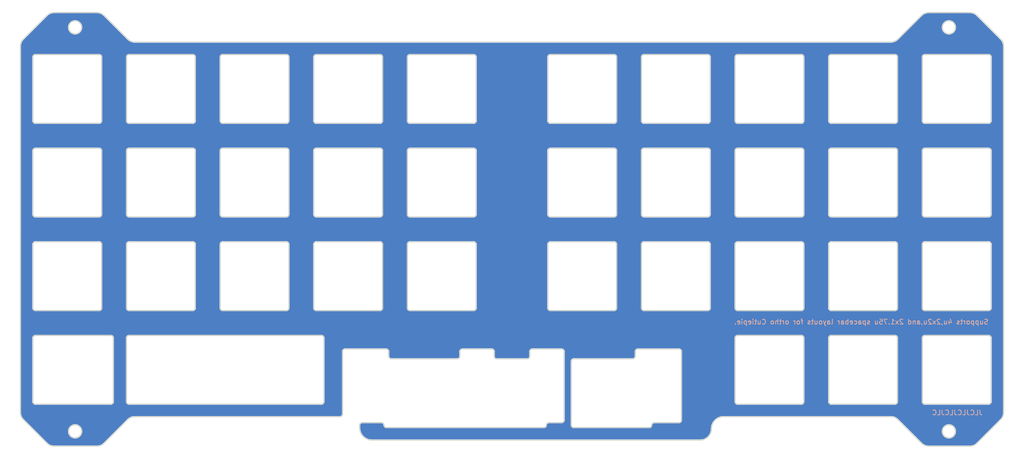
<source format=kicad_pcb>
(kicad_pcb (version 20221018) (generator pcbnew)
  (layers (0 "F.Cu" signal) (31 "B.Cu" signal) (34 "B.Paste" user) (35 "F.Paste" user) (36 "B.SilkS" user "B.Silkscreen") (37 "F.SilkS" user "F.Silkscreen") (38 "B.Mask" user) (39 "F.Mask" user) (44 "Edge.Cuts" user))
  (net 0 "")
  (gr_curve (pts (xy 119.014193 84.911594) (xy 119.290335 84.911594) (xy 119.514193 85.135451) (xy 119.514193 85.411594)) (stroke (width 0.25)) (layer "Edge.Cuts"))
  (gr_line (start 48.864399 84.911594) (end 61.864399 84.911594) (stroke (width 0.25)) (layer "Edge.Cuts"))
  (gr_curve (pts (xy 229.839389 98.911594) (xy 229.563247 98.911594) (xy 229.339389 98.687736) (xy 229.339389 98.411594)) (stroke (width 0.25)) (layer "Edge.Cuts"))
  (gr_curve (pts (xy 119.514688 60.311574) (xy 119.514688 60.587717) (xy 119.290831 60.811574) (xy 119.014688 60.811574)) (stroke (width 0.25)) (layer "Edge.Cuts"))
  (gr_line (start 186.189389 85.411594) (end 186.189389 98.411594) (stroke (width 0.25)) (layer "Edge.Cuts"))
  (gr_line (start 80.914193 79.861613) (end 67.914193 79.861613) (stroke (width 0.25)) (layer "Edge.Cuts"))
  (gr_line (start 62.364399 66.361613) (end 62.364399 79.361613) (stroke (width 0.25)) (layer "Edge.Cuts"))
  (gr_line (start 148.963879 108.723793) (end 142.739884 108.723796) (stroke (width 0.25)) (layer "Edge.Cuts"))
  (gr_curve (pts (xy 119.014688 46.811574) (xy 119.290831 46.811574) (xy 119.514688 47.035432) (xy 119.514688 47.311574)) (stroke (width 0.25)) (layer "Edge.Cuts"))
  (gr_curve (pts (xy 158.401894 122.723793) (xy 158.125752 122.723793) (xy 157.901894 122.499935) (xy 157.901894 122.223793)) (stroke (width 0.25)) (layer "Edge.Cuts"))
  (gr_curve (pts (xy 186.189389 60.311574) (xy 186.189389 60.587717) (xy 185.965532 60.811574) (xy 185.689389 60.811574)) (stroke (width 0.25)) (layer "Edge.Cuts"))
  (gr_curve (pts (xy 67.653312 121.072346) (xy 68.022432 120.703234) (xy 68.521237 120.493065) (xy 69.043207 120.486722)) (stroke (width 0.25)) (layer "Edge.Cuts"))
  (gr_curve (pts (xy 62.364399 98.411594) (xy 62.364399 98.687736) (xy 62.140541 98.911594) (xy 61.864399 98.911594)) (stroke (width 0.25)) (layer "Edge.Cuts"))
  (gr_curve (pts (xy 67.414193 85.411594) (xy 67.414193 85.135451) (xy 67.638051 84.911594) (xy 67.914193 84.911594)) (stroke (width 0.25)) (layer "Edge.Cuts"))
  (gr_curve (pts (xy 172.689389 60.811574) (xy 172.413247 60.811574) (xy 172.189389 60.587717) (xy 172.189389 60.311574)) (stroke (width 0.25)) (layer "Edge.Cuts"))
  (gr_line (start 80.914688 60.811574) (end 67.914689 60.811574) (stroke (width 0.25)) (layer "Edge.Cuts"))
  (gr_line (start 210.788894 65.861613) (end 223.788894 65.861613) (stroke (width 0.25)) (layer "Edge.Cuts"))
  (gr_curve (pts (xy 117.372112 125.24878) (xy 117.362956 125.248809) (xy 117.353799 125.248789) (xy 117.344643 125.248718)) (stroke (width 0.25)) (layer "Edge.Cuts"))
  (gr_curve (pts (xy 106.014193 98.911594) (xy 105.738051 98.911594) (xy 105.514193 98.687736) (xy 105.514193 98.411594)) (stroke (width 0.25)) (layer "Edge.Cuts"))
  (gr_curve (pts (xy 224.288894 79.361613) (xy 224.288894 79.637756) (xy 224.065036 79.861613) (xy 223.788894 79.861613)) (stroke (width 0.25)) (layer "Edge.Cuts"))
  (gr_line (start 67.398561 117.461979) (end 67.398561 104.461979) (stroke (width 0.25)) (layer "Edge.Cuts"))
  (gr_curve (pts (xy 86.9638 79.861613) (xy 86.687658 79.861613) (xy 86.4638 79.637755) (xy 86.4638 79.361613)) (stroke (width 0.25)) (layer "Edge.Cuts"))
  (gr_curve (pts (xy 138.064193 65.861613) (xy 138.340335 65.861613) (xy 138.564193 66.085471) (xy 138.564193 66.361613)) (stroke (width 0.25)) (layer "Edge.Cuts"))
  (gr_line (start 86.964296 46.811574) (end 99.964296 46.811574) (stroke (width 0.25)) (layer "Edge.Cuts"))
  (gr_line (start 223.789389 98.911594) (end 210.789389 98.911594) (stroke (width 0.25)) (layer "Edge.Cuts"))
  (gr_curve (pts (xy 153.639099 79.861613) (xy 153.362957 79.861613) (xy 153.139099 79.637755) (xy 153.139099 79.361613)) (stroke (width 0.25)) (layer "Edge.Cuts"))
  (gr_line (start 107.092561 117.961979) (end 67.898561 117.961979) (stroke (width 0.25)) (layer "Edge.Cuts"))
  (gr_line (start 141.739884 106.723793) (end 135.739884 106.723793) (stroke (width 0.25)) (layer "Edge.Cuts"))
  (gr_curve (pts (xy 167.139595 60.311574) (xy 167.139595 60.587717) (xy 166.915737 60.811574) (xy 166.639595 60.811574)) (stroke (width 0.25)) (layer "Edge.Cuts"))
  (gr_line (start 171.426992 106.729222) (end 179.839914 106.723793) (stroke (width 0.25)) (layer "Edge.Cuts"))
  (gr_curve (pts (xy 125.064193 79.861613) (xy 124.788051 79.861613) (xy 124.564193 79.637756) (xy 124.564193 79.361613)) (stroke (width 0.25)) (layer "Edge.Cuts"))
  (gr_curve (pts (xy 223.789492 103.961574) (xy 224.065635 103.961574) (xy 224.289492 104.185432) (xy 224.289492 104.461574)) (stroke (width 0.25)) (layer "Edge.Cuts"))
  (gr_curve (pts (xy 229.339099 104.461574) (xy 229.339099 104.185432) (xy 229.562957 103.961574) (xy 229.839099 103.961574)) (stroke (width 0.25)) (layer "Edge.Cuts"))
  (gr_line (start 210.789389 84.911594) (end 223.789389 84.911594) (stroke (width 0.25)) (layer "Edge.Cuts"))
  (gr_line (start 191.238997 60.311574) (end 191.238997 47.311574) (stroke (width 0.25)) (layer "Edge.Cuts"))
  (gr_line (start 229.839099 103.961574) (end 242.839099 103.961574) (stroke (width 0.25)) (layer "Edge.Cuts"))
  (gr_curve (pts (xy 134.739894 108.723796) (xy 135.016036 108.723796) (xy 135.239894 108.499938) (xy 135.239894 108.223796)) (stroke (width 0.25)) (layer "Edge.Cuts"))
  (gr_line (start 86.9638 65.861613) (end 99.9638 65.861613) (stroke (width 0.25)) (layer "Edge.Cuts"))
  (gr_line (start 242.838894 79.861613) (end 229.838894 79.861613) (stroke (width 0.25)) (layer "Edge.Cuts"))
  (gr_curve (pts (xy 67.398561 104.461979) (xy 67.398561 104.185836) (xy 67.622418 103.961979) (xy 67.898561 103.961979)) (stroke (width 0.25)) (layer "Edge.Cuts"))
  (gr_line (start 185.688894 79.861613) (end 172.688894 79.861613) (stroke (width 0.25)) (layer "Edge.Cuts"))
  (gr_curve (pts (xy 99.964296 46.811574) (xy 100.240438 46.811574) (xy 100.464296 47.035432) (xy 100.464296 47.311574)) (stroke (width 0.25)) (layer "Edge.Cuts"))
  (gr_curve (pts (xy 61.864399 65.861613) (xy 62.140541 65.861613) (xy 62.364399 66.085471) (xy 62.364399 66.361613)) (stroke (width 0.25)) (layer "Edge.Cuts"))
  (gr_line (start 52.667457 126.486411) (end 61.410605 126.486503) (stroke (width 0.25)) (layer "Edge.Cuts"))
  (gr_curve (pts (xy 138.064688 46.811574) (xy 138.340831 46.811574) (xy 138.564688 47.035432) (xy 138.564688 47.311574)) (stroke (width 0.25)) (layer "Edge.Cuts"))
  (gr_line (start 100.4638 66.361613) (end 100.4638 79.361613) (stroke (width 0.25)) (layer "Edge.Cuts"))
  (gr_line (start 180.339914 107.223793) (end 180.339914 121.223793) (stroke (width 0.25)) (layer "Edge.Cuts"))
  (gr_line (start 69.043207 120.486722) (end 110.863894 120.486289) (stroke (width 0.25)) (layer "Edge.Cuts"))
  (gr_line (start 204.738997 98.911594) (end 191.738997 98.911594) (stroke (width 0.25)) (layer "Edge.Cuts"))
  (gr_line (start 172.688894 65.861613) (end 185.688894 65.861613) (stroke (width 0.25)) (layer "Edge.Cuts"))
  (gr_line (start 210.289492 117.461574) (end 210.289492 104.461574) (stroke (width 0.25)) (layer "Edge.Cuts"))
  (gr_line (start 243.339389 47.311574) (end 243.339389 60.311574) (stroke (width 0.25)) (layer "Edge.Cuts"))
  (gr_curve (pts (xy 172.189389 47.311574) (xy 172.189389 47.035432) (xy 172.413247 46.811574) (xy 172.689389 46.811574)) (stroke (width 0.25)) (layer "Edge.Cuts"))
  (gr_curve (pts (xy 149.963879 106.723793) (xy 149.687737 106.723793) (xy 149.463879 106.947651) (xy 149.463879 107.223793)) (stroke (width 0.25)) (layer "Edge.Cuts"))
  (gr_line (start 229.839389 46.811574) (end 242.839389 46.811574) (stroke (width 0.25)) (layer "Edge.Cuts"))
  (gr_line (start 188.910215 120.486722) (end 222.959269 120.486773) (stroke (width 0.25)) (layer "Edge.Cuts"))
  (gr_curve (pts (xy 210.289389 85.411594) (xy 210.289389 85.135451) (xy 210.513247 84.911594) (xy 210.789389 84.911594)) (stroke (width 0.25)) (layer "Edge.Cuts"))
  (gr_line (start 125.064689 46.811574) (end 138.064688 46.811574) (stroke (width 0.25)) (layer "Edge.Cuts"))
  (gr_line (start 245.279081 43.700921) (end 240.450621 38.872461) (stroke (width 0.25)) (layer "Edge.Cuts"))
  (gr_curve (pts (xy 204.738997 46.811574) (xy 205.015139 46.811574) (xy 205.238997 47.035432) (xy 205.238997 47.311574)) (stroke (width 0.25)) (layer "Edge.Cuts"))
  (gr_line (start 45.839492 82.265449) (end 45.839101 119.657913) (stroke (width 0.25)) (layer "Edge.Cuts"))
  (gr_line (start 205.238501 66.361613) (end 205.238501 79.361613) (stroke (width 0.25)) (layer "Edge.Cuts"))
  (gr_curve (pts (xy 223.788894 65.861613) (xy 224.065036 65.861613) (xy 224.288894 66.085471) (xy 224.288894 66.361613)) (stroke (width 0.25)) (layer "Edge.Cuts"))
  (gr_curve (pts (xy 155.963879 121.723793) (xy 156.240021 121.723793) (xy 156.463879 121.499935) (xy 156.463879 121.223793)) (stroke (width 0.25)) (layer "Edge.Cuts"))
  (gr_line (start 172.689389 84.911594) (end 185.689389 84.911594) (stroke (width 0.25)) (layer "Edge.Cuts"))
  (gr_curve (pts (xy 242.839389 46.811574) (xy 243.115532 46.811574) (xy 243.339389 47.035432) (xy 243.339389 47.311574)) (stroke (width 0.25)) (layer "Edge.Cuts"))
  (gr_curve (pts (xy 105.514689 47.311574) (xy 105.514689 47.035432) (xy 105.738546 46.811574) (xy 106.014689 46.811574)) (stroke (width 0.25)) (layer "Edge.Cuts"))
  (gr_line (start 81.414688 47.311574) (end 81.414688 60.311574) (stroke (width 0.25)) (layer "Edge.Cuts"))
  (gr_line (start 210.789389 46.811574) (end 223.789389 46.811574) (stroke (width 0.25)) (layer "Edge.Cuts"))
  (gr_line (start 229.839389 84.911594) (end 242.839389 84.911594) (stroke (width 0.25)) (layer "Edge.Cuts"))
  (gr_line (start 99.9638 79.861613) (end 86.9638 79.861613) (stroke (width 0.25)) (layer "Edge.Cuts"))
  (gr_curve (pts (xy 119.014193 65.861613) (xy 119.290335 65.861613) (xy 119.514193 66.085471) (xy 119.514193 66.361613)) (stroke (width 0.25)) (layer "Edge.Cuts"))
  (gr_curve (pts (xy 243.338894 79.361613) (xy 243.338894 79.637756) (xy 243.115036 79.861613) (xy 242.838894 79.861613)) (stroke (width 0.25)) (layer "Edge.Cuts"))
  (gr_line (start 111.363894 107.223793) (end 111.363894 119.986289) (stroke (width 0.25)) (layer "Edge.Cuts"))
  (gr_curve (pts (xy 172.189389 85.411594) (xy 172.189389 85.135451) (xy 172.413247 84.911594) (xy 172.689389 84.911594)) (stroke (width 0.25)) (layer "Edge.Cuts"))
  (gr_curve (pts (xy 80.914193 65.861613) (xy 81.190335 65.861613) (xy 81.414193 66.085471) (xy 81.414193 66.361613)) (stroke (width 0.25)) (layer "Edge.Cuts"))
  (gr_curve (pts (xy 174.282894 122.223793) (xy 174.282894 122.499935) (xy 174.059036 122.723793) (xy 173.782894 122.723793)) (stroke (width 0.25)) (layer "Edge.Cuts"))
  (gr_line (start 191.239492 117.461574) (end 191.239492 104.461574) (stroke (width 0.25)) (layer "Edge.Cuts"))
  (gr_curve (pts (xy 48.864894 60.811574) (xy 48.588752 60.811574) (xy 48.364894 60.587717) (xy 48.364894 60.311574)) (stroke (width 0.25)) (layer "Edge.Cuts"))
  (gr_line (start 191.738997 84.911594) (end 204.738997 84.911594) (stroke (width 0.25)) (layer "Edge.Cuts"))
  (gr_curve (pts (xy 142.239884 107.223793) (xy 142.239884 106.947651) (xy 142.016026 106.723793) (xy 141.739884 106.723793)) (stroke (width 0.25)) (layer "Edge.Cuts"))
  (gr_line (start 239.036407 38.286675) (end 230.617961 38.286675) (stroke (width 0.25)) (layer "Edge.Cuts"))
  (gr_curve (pts (xy 210.289492 104.461574) (xy 210.289492 104.185432) (xy 210.51335 103.961574) (xy 210.789492 103.961574)) (stroke (width 0.25)) (layer "Edge.Cuts"))
  (gr_curve (pts (xy 61.864399 84.911594) (xy 62.140541 84.911594) (xy 62.364399 85.135451) (xy 62.364399 85.411594)) (stroke (width 0.25)) (layer "Edge.Cuts"))
  (gr_line (start 243.339389 85.411594) (end 243.339389 98.411594) (stroke (width 0.25)) (layer "Edge.Cuts"))
  (gr_curve (pts (xy 100.464296 60.311574) (xy 100.464296 60.587717) (xy 100.240438 60.811574) (xy 99.964296 60.811574)) (stroke (width 0.25)) (layer "Edge.Cuts"))
  (gr_circle (center 56.958033 41.286675) (end 58.308033 41.286675) (stroke (width 0.25)) (fill none) (layer "Edge.Cuts"))
  (gr_curve (pts (xy 205.238997 98.411594) (xy 205.238997 98.687736) (xy 205.015139 98.911594) (xy 204.738997 98.911594)) (stroke (width 0.25)) (layer "Edge.Cuts"))
  (gr_curve (pts (xy 229.839389 60.811574) (xy 229.563247 60.811574) (xy 229.339389 60.587717) (xy 229.339389 60.311574)) (stroke (width 0.25)) (layer "Edge.Cuts"))
  (gr_line (start 107.592561 104.461979) (end 107.592561 117.461979) (stroke (width 0.25)) (layer "Edge.Cuts"))
  (gr_line (start 120.276894 106.723793) (end 120.276894 106.728793) (stroke (width 0.25)) (layer "Edge.Cuts"))
  (gr_line (start 124.564193 98.411594) (end 124.564193 85.411594) (stroke (width 0.25)) (layer "Edge.Cuts"))
  (gr_line (start 204.738997 60.811574) (end 191.738997 60.811574) (stroke (width 0.25)) (layer "Edge.Cuts"))
  (gr_curve (pts (xy 229.203292 125.902473) (xy 229.578361 126.27755) (xy 230.087067 126.488269) (xy 230.6175 126.488274)) (stroke (width 0.25)) (layer "Edge.Cuts"))
  (gr_curve (pts (xy 45.839101 119.657913) (xy 45.839096 120.188346) (xy 46.049804 120.697056) (xy 46.424873 121.072132)) (stroke (width 0.25)) (layer "Edge.Cuts"))
  (gr_line (start 51.253705 38.872461) (end 46.425278 43.700888) (stroke (width 0.25)) (layer "Edge.Cuts"))
  (gr_curve (pts (xy 100.4638 79.361613) (xy 100.4638 79.637756) (xy 100.239943 79.861613) (xy 99.9638 79.861613)) (stroke (width 0.25)) (layer "Edge.Cuts"))
  (gr_line (start 135.239992 108.223798) (end 135.239992 107.224222) (stroke (width 0.25)) (layer "Edge.Cuts"))
  (gr_line (start 153.639595 46.811574) (end 166.639595 46.811574) (stroke (width 0.25)) (layer "Edge.Cuts"))
  (gr_curve (pts (xy 138.564193 98.411594) (xy 138.564193 98.687736) (xy 138.340335 98.911594) (xy 138.064193 98.911594)) (stroke (width 0.25)) (layer "Edge.Cuts"))
  (gr_line (start 48.364894 60.311574) (end 48.364894 47.311574) (stroke (width 0.25)) (layer "Edge.Cuts"))
  (gr_line (start 48.864399 65.861613) (end 61.864399 65.861613) (stroke (width 0.25)) (layer "Edge.Cuts"))
  (gr_curve (pts (xy 185.689389 46.811574) (xy 185.965532 46.811574) (xy 186.189389 47.035432) (xy 186.189389 47.311574)) (stroke (width 0.25)) (layer "Edge.Cuts"))
  (gr_curve (pts (xy 48.864399 98.911594) (xy 48.588256 98.911594) (xy 48.364399 98.687736) (xy 48.364399 98.411594)) (stroke (width 0.25)) (layer "Edge.Cuts"))
  (gr_line (start 229.339389 98.411594) (end 229.339389 85.411594) (stroke (width 0.25)) (layer "Edge.Cuts"))
  (gr_curve (pts (xy 242.839099 103.961574) (xy 243.115242 103.961574) (xy 243.339099 104.185432) (xy 243.339099 104.461574)) (stroke (width 0.25)) (layer "Edge.Cuts"))
  (gr_curve (pts (xy 191.238501 66.361613) (xy 191.238501 66.085471) (xy 191.462359 65.861613) (xy 191.738501 65.861613)) (stroke (width 0.25)) (layer "Edge.Cuts"))
  (gr_line (start 48.364399 98.411594) (end 48.364399 85.411594) (stroke (width 0.25)) (layer "Edge.Cuts"))
  (gr_line (start 242.839389 98.911594) (end 229.839389 98.911594) (stroke (width 0.25)) (layer "Edge.Cuts"))
  (gr_line (start 153.351884 121.723793) (end 155.963879 121.723793) (stroke (width 0.25)) (layer "Edge.Cuts"))
  (gr_curve (pts (xy 230.617961 38.286675) (xy 230.087528 38.286675) (xy 229.578821 38.497389) (xy 229.203748 38.872461)) (stroke (width 0.25)) (layer "Edge.Cuts"))
  (gr_curve (pts (xy 224.375279 43.70093) (xy 224.000206 44.076003) (xy 223.491498 44.286717) (xy 222.961065 44.286717)) (stroke (width 0.25)) (layer "Edge.Cuts"))
  (gr_curve (pts (xy 156.463879 107.223793) (xy 156.463879 106.947651) (xy 156.240021 106.723793) (xy 155.963879 106.723793)) (stroke (width 0.25)) (layer "Edge.Cuts"))
  (gr_curve (pts (xy 142.739884 108.723796) (xy 142.463742 108.723796) (xy 142.239884 108.499938) (xy 142.239884 108.223796)) (stroke (width 0.25)) (layer "Edge.Cuts"))
  (gr_line (start 166.639595 98.911594) (end 153.639595 98.911594) (stroke (width 0.25)) (layer "Edge.Cuts"))
  (gr_line (start 62.364399 85.411594) (end 62.364399 98.411594) (stroke (width 0.25)) (layer "Edge.Cuts"))
  (gr_curve (pts (xy 106.014689 60.811574) (xy 105.738546 60.811574) (xy 105.514689 60.587717) (xy 105.514689 60.311574)) (stroke (width 0.25)) (layer "Edge.Cuts"))
  (gr_curve (pts (xy 191.739492 117.961574) (xy 191.46335 117.961574) (xy 191.239492 117.737717) (xy 191.239492 117.461574)) (stroke (width 0.25)) (layer "Edge.Cuts"))
  (gr_line (start 117.372115 125.248445) (end 184.148489 125.248445) (stroke (width 0.25)) (layer "Edge.Cuts"))
  (gr_curve (pts (xy 240.450621 38.872461) (xy 240.075548 38.497389) (xy 239.56684 38.286675) (xy 239.036407 38.286675)) (stroke (width 0.25)) (layer "Edge.Cuts"))
  (gr_curve (pts (xy 205.238501 79.361613) (xy 205.238501 79.637756) (xy 205.014644 79.861613) (xy 204.738501 79.861613)) (stroke (width 0.25)) (layer "Edge.Cuts"))
  (gr_curve (pts (xy 210.789492 117.961574) (xy 210.51335 117.961574) (xy 210.289492 117.737717) (xy 210.289492 117.461574)) (stroke (width 0.25)) (layer "Edge.Cuts"))
  (gr_curve (pts (xy 204.738501 65.861613) (xy 205.014644 65.861613) (xy 205.238501 66.085471) (xy 205.238501 66.361613)) (stroke (width 0.25)) (layer "Edge.Cuts"))
  (gr_curve (pts (xy 119.801884 122.223793) (xy 119.801884 122.499935) (xy 120.025742 122.723793) (xy 120.301884 122.723793)) (stroke (width 0.25)) (layer "Edge.Cuts"))
  (gr_curve (pts (xy 174.782894 121.723793) (xy 174.506752 121.723793) (xy 174.282894 121.947651) (xy 174.282894 122.223793)) (stroke (width 0.25)) (layer "Edge.Cuts"))
  (gr_line (start 119.514193 66.361613) (end 119.514193 79.361613) (stroke (width 0.25)) (layer "Edge.Cuts"))
  (gr_line (start 204.739492 117.961574) (end 191.739492 117.961574) (stroke (width 0.25)) (layer "Edge.Cuts"))
  (gr_curve (pts (xy 52.667919 38.286675) (xy 52.137486 38.286675) (xy 51.628778 38.497389) (xy 51.253705 38.872461)) (stroke (width 0.25)) (layer "Edge.Cuts"))
  (gr_line (start 243.338894 66.361613) (end 243.338894 79.361613) (stroke (width 0.25)) (layer "Edge.Cuts"))
  (gr_line (start 204.738501 79.861613) (end 191.738501 79.861613) (stroke (width 0.25)) (layer "Edge.Cuts"))
  (gr_curve (pts (xy 172.689389 98.911594) (xy 172.413247 98.911594) (xy 172.189389 98.687736) (xy 172.189389 98.411594)) (stroke (width 0.25)) (layer "Edge.Cuts"))
  (gr_line (start 210.288894 79.361613) (end 210.288894 66.361613) (stroke (width 0.25)) (layer "Edge.Cuts"))
  (gr_curve (pts (xy 69.067921 44.286675) (xy 68.537489 44.286675) (xy 68.028781 44.075961) (xy 67.653708 43.700888)) (stroke (width 0.25)) (layer "Edge.Cuts"))
  (gr_curve (pts (xy 119.301894 121.723793) (xy 119.578036 121.723793) (xy 119.801894 121.947651) (xy 119.801894 122.223793)) (stroke (width 0.25)) (layer "Edge.Cuts"))
  (gr_curve (pts (xy 191.238997 47.311574) (xy 191.238997 47.035432) (xy 191.462854 46.811574) (xy 191.738997 46.811574)) (stroke (width 0.25)) (layer "Edge.Cuts"))
  (gr_circle (center 234.745722 123.4883) (end 236.095722 123.4883) (stroke (width 0.25)) (fill none) (layer "Edge.Cuts"))
  (gr_curve (pts (xy 224.289389 60.311574) (xy 224.289389 60.587717) (xy 224.065532 60.811574) (xy 223.789389 60.811574)) (stroke (width 0.25)) (layer "Edge.Cuts"))
  (gr_line (start 105.514193 98.411594) (end 105.514193 85.411594) (stroke (width 0.25)) (layer "Edge.Cuts"))
  (gr_line (start 99.964296 60.811574) (end 86.964296 60.811574) (stroke (width 0.25)) (layer "Edge.Cuts"))
  (gr_line (start 167.139099 66.361613) (end 167.139099 79.361613) (stroke (width 0.25)) (layer "Edge.Cuts"))
  (gr_curve (pts (xy 223.789389 46.811574) (xy 224.065532 46.811574) (xy 224.289389 47.035432) (xy 224.289389 47.311574)) (stroke (width 0.25)) (layer "Edge.Cuts"))
  (gr_line (start 243.339099 104.461574) (end 243.339099 117.461574) (stroke (width 0.25)) (layer "Edge.Cuts"))
  (gr_curve (pts (xy 81.414193 79.361613) (xy 81.414193 79.637755) (xy 81.190335 79.861613) (xy 80.914193 79.861613)) (stroke (width 0.25)) (layer "Edge.Cuts"))
  (gr_line (start 119.514193 85.411594) (end 119.514193 98.411594) (stroke (width 0.25)) (layer "Edge.Cuts"))
  (gr_curve (pts (xy 81.414688 60.311574) (xy 81.414688 60.587717) (xy 81.190831 60.811574) (xy 80.914688 60.811574)) (stroke (width 0.25)) (layer "Edge.Cuts"))
  (gr_curve (pts (xy 167.139595 98.411594) (xy 167.139595 98.687736) (xy 166.915737 98.911594) (xy 166.639595 98.911594)) (stroke (width 0.25)) (layer "Edge.Cuts"))
  (gr_line (start 86.464296 60.311574) (end 86.464296 47.311574) (stroke (width 0.25)) (layer "Edge.Cuts"))
  (gr_line (start 81.414193 66.361613) (end 81.414193 79.361613) (stroke (width 0.25)) (layer "Edge.Cuts"))
  (gr_line (start 124.564689 60.311574) (end 124.564689 47.311574) (stroke (width 0.25)) (layer "Edge.Cuts"))
  (gr_curve (pts (xy 119.514193 79.361613) (xy 119.514193 79.637756) (xy 119.290335 79.861613) (xy 119.014193 79.861613)) (stroke (width 0.25)) (layer "Edge.Cuts"))
  (gr_curve (pts (xy 153.139099 66.361613) (xy 153.139099 66.085471) (xy 153.362957 65.861613) (xy 153.639099 65.861613)) (stroke (width 0.25)) (layer "Edge.Cuts"))
  (gr_curve (pts (xy 242.838894 65.861613) (xy 243.115036 65.861613) (xy 243.338894 66.085471) (xy 243.338894 66.361613)) (stroke (width 0.25)) (layer "Edge.Cuts"))
  (gr_line (start 191.739492 103.961574) (end 204.739492 103.961574) (stroke (width 0.25)) (layer "Edge.Cuts"))
  (gr_line (start 99.9638 98.911594) (end 86.9638 98.911594) (stroke (width 0.25)) (layer "Edge.Cuts"))
  (gr_curve (pts (xy 100.4638 98.411594) (xy 100.4638 98.687736) (xy 100.239943 98.911594) (xy 99.9638 98.911594)) (stroke (width 0.25)) (layer "Edge.Cuts"))
  (gr_curve (pts (xy 48.364399 85.411594) (xy 48.364399 85.135451) (xy 48.588256 84.911594) (xy 48.864399 84.911594)) (stroke (width 0.25)) (layer "Edge.Cuts"))
  (gr_line (start 100.464296 47.311574) (end 100.464296 60.311574) (stroke (width 0.25)) (layer "Edge.Cuts"))
  (gr_line (start 120.301884 122.723793) (end 152.351884 122.723793) (stroke (width 0.25)) (layer "Edge.Cuts"))
  (gr_line (start 166.639595 60.811574) (end 153.639595 60.811574) (stroke (width 0.25)) (layer "Edge.Cuts"))
  (gr_curve (pts (xy 229.838894 79.861613) (xy 229.562752 79.861613) (xy 229.338894 79.637756) (xy 229.338894 79.361613)) (stroke (width 0.25)) (layer "Edge.Cuts"))
  (gr_curve (pts (xy 191.738501 79.861613) (xy 191.462359 79.861613) (xy 191.238501 79.637756) (xy 191.238501 79.361613)) (stroke (width 0.25)) (layer "Edge.Cuts"))
  (gr_line (start 106.014689 46.811574) (end 119.014688 46.811574) (stroke (width 0.25)) (layer "Edge.Cuts"))
  (gr_curve (pts (xy 106.014193 79.861613) (xy 105.738051 79.861613) (xy 105.514193 79.637756) (xy 105.514193 79.361613)) (stroke (width 0.25)) (layer "Edge.Cuts"))
  (gr_curve (pts (xy 243.339389 60.311574) (xy 243.339389 60.587717) (xy 243.115532 60.811574) (xy 242.839389 60.811574)) (stroke (width 0.25)) (layer "Edge.Cuts"))
  (gr_line (start 210.289389 98.411594) (end 210.289389 85.411594) (stroke (width 0.25)) (layer "Edge.Cuts"))
  (gr_line (start 242.839099 117.961574) (end 229.839099 117.961574) (stroke (width 0.25)) (layer "Edge.Cuts"))
  (gr_curve (pts (xy 105.514193 66.361613) (xy 105.514193 66.085471) (xy 105.738051 65.861613) (xy 106.014193 65.861613)) (stroke (width 0.25)) (layer "Edge.Cuts"))
  (gr_curve (pts (xy 138.564688 60.311574) (xy 138.564688 60.587717) (xy 138.340831 60.811574) (xy 138.064688 60.811574)) (stroke (width 0.25)) (layer "Edge.Cuts"))
  (gr_line (start 153.139099 79.361613) (end 153.139099 66.361613) (stroke (width 0.25)) (layer "Edge.Cuts"))
  (gr_line (start 185.689389 98.911594) (end 172.689389 98.911594) (stroke (width 0.25)) (layer "Edge.Cuts"))
  (gr_line (start 179.839914 121.723793) (end 174.782893 121.723793) (stroke (width 0.25)) (layer "Edge.Cuts"))
  (gr_curve (pts (xy 67.914193 79.861613) (xy 67.638051 79.861613) (xy 67.414193 79.637755) (xy 67.414193 79.361613)) (stroke (width 0.25)) (layer "Edge.Cuts"))
  (gr_line (start 45.839492 45.115102) (end 45.839492 82.265449) (stroke (width 0.25)) (layer "Edge.Cuts"))
  (gr_line (start 172.189389 60.311574) (end 172.189389 47.311574) (stroke (width 0.25)) (layer "Edge.Cuts"))
  (gr_line (start 224.373495 121.072575) (end 229.203292 125.902473) (stroke (width 0.25)) (layer "Edge.Cuts"))
  (gr_curve (pts (xy 67.914689 60.811574) (xy 67.638546 60.811574) (xy 67.414689 60.587717) (xy 67.414689 60.311574)) (stroke (width 0.25)) (layer "Edge.Cuts"))
  (gr_line (start 86.4638 98.411594) (end 86.4638 85.411594) (stroke (width 0.25)) (layer "Edge.Cuts"))
  (gr_curve (pts (xy 172.188894 66.361613) (xy 172.188894 66.085471) (xy 172.412752 65.861613) (xy 172.688894 65.861613)) (stroke (width 0.25)) (layer "Edge.Cuts"))
  (gr_curve (pts (xy 111.863894 106.723793) (xy 111.587752 106.723793) (xy 111.363894 106.947651) (xy 111.363894 107.223793)) (stroke (width 0.25)) (layer "Edge.Cuts"))
  (gr_curve (pts (xy 62.825281 38.872461) (xy 62.450208 38.497389) (xy 61.9415 38.286675) (xy 61.411067 38.286675)) (stroke (width 0.25)) (layer "Edge.Cuts"))
  (gr_line (start 186.188894 66.361613) (end 186.188894 79.361613) (stroke (width 0.25)) (layer "Edge.Cuts"))
  (gr_line (start 186.189389 47.311574) (end 186.189389 60.311574) (stroke (width 0.25)) (layer "Edge.Cuts"))
  (gr_curve (pts (xy 125.064689 60.811574) (xy 124.788546 60.811574) (xy 124.564689 60.587717) (xy 124.564689 60.311574)) (stroke (width 0.25)) (layer "Edge.Cuts"))
  (gr_line (start 191.738501 65.861613) (end 204.738501 65.861613) (stroke (width 0.25)) (layer "Edge.Cuts"))
  (gr_curve (pts (xy 205.239492 117.461574) (xy 205.239492 117.737717) (xy 205.015635 117.961574) (xy 204.739492 117.961574)) (stroke (width 0.25)) (layer "Edge.Cuts"))
  (gr_curve (pts (xy 204.739492 103.961574) (xy 205.015635 103.961574) (xy 205.239492 104.185432) (xy 205.239492 104.461574)) (stroke (width 0.25)) (layer "Edge.Cuts"))
  (gr_curve (pts (xy 186.188894 79.361613) (xy 186.188894 79.637756) (xy 185.965036 79.861613) (xy 185.688894 79.861613)) (stroke (width 0.25)) (layer "Edge.Cuts"))
  (gr_curve (pts (xy 138.064193 84.911594) (xy 138.340335 84.911594) (xy 138.564193 85.135451) (xy 138.564193 85.411594)) (stroke (width 0.25)) (layer "Edge.Cuts"))
  (gr_curve (pts (xy 245.864875 45.115135) (xy 245.864873 44.584701) (xy 245.654156 44.075993) (xy 245.279081 43.700921)) (stroke (width 0.25)) (layer "Edge.Cuts"))
  (gr_line (start 80.914193 98.911594) (end 67.914193 98.911594) (stroke (width 0.25)) (layer "Edge.Cuts"))
  (gr_line (start 115.358472 121.723793) (end 119.301894 121.723793) (stroke (width 0.25)) (layer "Edge.Cuts"))
  (gr_curve (pts (xy 239.035946 126.488362) (xy 239.566379 126.488368) (xy 240.075089 126.27766) (xy 240.450165 125.902591)) (stroke (width 0.25)) (layer "Edge.Cuts"))
  (gr_line (start 67.914689 46.811574) (end 80.914688 46.811574) (stroke (width 0.25)) (layer "Edge.Cuts"))
  (gr_line (start 105.514689 60.311574) (end 105.514689 47.311574) (stroke (width 0.25)) (layer "Edge.Cuts"))
  (gr_line (start 230.6175 126.488274) (end 239.035946 126.488362) (stroke (width 0.25)) (layer "Edge.Cuts"))
  (gr_curve (pts (xy 210.788894 79.861613) (xy 210.512752 79.861613) (xy 210.288894 79.637756) (xy 210.288894 79.361613)) (stroke (width 0.25)) (layer "Edge.Cuts"))
  (gr_curve (pts (xy 80.914688 46.811574) (xy 81.190831 46.811574) (xy 81.414688 47.035432) (xy 81.414688 47.311574)) (stroke (width 0.25)) (layer "Edge.Cuts"))
  (gr_line (start 224.289389 47.311574) (end 224.289389 60.311574) (stroke (width 0.25)) (layer "Edge.Cuts"))
  (gr_line (start 149.463879 107.223793) (end 149.463879 108.223793) (stroke (width 0.25)) (layer "Edge.Cuts"))
  (gr_curve (pts (xy 242.839389 84.911594) (xy 243.115532 84.911594) (xy 243.339389 85.135451) (xy 243.339389 85.411594)) (stroke (width 0.25)) (layer "Edge.Cuts"))
  (gr_line (start 224.288894 66.361613) (end 224.288894 79.361613) (stroke (width 0.25)) (layer "Edge.Cuts"))
  (gr_curve (pts (xy 48.864894 117.961607) (xy 48.588752 117.961607) (xy 48.364894 117.73775) (xy 48.364894 117.461607)) (stroke (width 0.25)) (layer "Edge.Cuts"))
  (gr_curve (pts (xy 149.463879 108.223793) (xy 149.463879 108.499935) (xy 149.240021 108.723793) (xy 148.963879 108.723793)) (stroke (width 0.25)) (layer "Edge.Cuts"))
  (gr_line (start 46.424873 121.072132) (end 51.25325 125.90061) (stroke (width 0.25)) (layer "Edge.Cuts"))
  (gr_curve (pts (xy 224.289389 98.411594) (xy 224.289389 98.687736) (xy 224.065532 98.911594) (xy 223.789389 98.911594)) (stroke (width 0.25)) (layer "Edge.Cuts"))
  (gr_curve (pts (xy 153.639595 98.911594) (xy 153.363452 98.911594) (xy 153.139595 98.687736) (xy 153.139595 98.411594)) (stroke (width 0.25)) (layer "Edge.Cuts"))
  (gr_line (start 67.414193 98.411594) (end 67.414193 85.411594) (stroke (width 0.25)) (layer "Edge.Cuts"))
  (gr_curve (pts (xy 166.639595 46.811574) (xy 166.915737 46.811574) (xy 167.139595 47.035432) (xy 167.139595 47.311574)) (stroke (width 0.25)) (layer "Edge.Cuts"))
  (gr_curve (pts (xy 67.914193 98.911594) (xy 67.638051 98.911594) (xy 67.414193 98.687736) (xy 67.414193 98.411594)) (stroke (width 0.25)) (layer "Edge.Cuts"))
  (gr_curve (pts (xy 86.9638 98.911594) (xy 86.687658 98.911594) (xy 86.4638 98.687736) (xy 86.4638 98.411594)) (stroke (width 0.25)) (layer "Edge.Cuts"))
  (gr_line (start 229.339099 117.461574) (end 229.339099 104.461574) (stroke (width 0.25)) (layer "Edge.Cuts"))
  (gr_curve (pts (xy 119.514193 98.411594) (xy 119.514193 98.687736) (xy 119.290335 98.911594) (xy 119.014193 98.911594)) (stroke (width 0.25)) (layer "Edge.Cuts"))
  (gr_curve (pts (xy 86.4638 66.361613) (xy 86.4638 66.085471) (xy 86.687658 65.861613) (xy 86.9638 65.861613)) (stroke (width 0.25)) (layer "Edge.Cuts"))
  (gr_curve (pts (xy 245.278675 121.074182) (xy 245.653752 120.699113) (xy 245.864471 120.190407) (xy 245.864477 119.659974)) (stroke (width 0.25)) (layer "Edge.Cuts"))
  (gr_line (start 172.189389 98.411594) (end 172.189389 85.411594) (stroke (width 0.25)) (layer "Edge.Cuts"))
  (gr_line (start 67.653708 43.700888) (end 62.825281 38.872461) (stroke (width 0.25)) (layer "Edge.Cuts"))
  (gr_curve (pts (xy 107.092561 103.961979) (xy 107.368703 103.961979) (xy 107.592561 104.185836) (xy 107.592561 104.461979)) (stroke (width 0.25)) (layer "Edge.Cuts"))
  (gr_curve (pts (xy 205.238997 60.311574) (xy 205.238997 60.587717) (xy 205.015139 60.811574) (xy 204.738997 60.811574)) (stroke (width 0.25)) (layer "Edge.Cuts"))
  (gr_line (start 170.926992 108.224222) (end 170.926992 107.229222) (stroke (width 0.25)) (layer "Edge.Cuts"))
  (gr_curve (pts (xy 138.564193 79.361613) (xy 138.564193 79.637756) (xy 138.340335 79.861613) (xy 138.064193 79.861613)) (stroke (width 0.25)) (layer "Edge.Cuts"))
  (gr_curve (pts (xy 117.344643 125.248718) (xy 115.960884 125.237991) (xy 114.847821 124.107537) (xy 114.858548 122.723777)) (stroke (width 0.25)) (layer "Edge.Cuts"))
  (gr_curve (pts (xy 46.425278 43.700888) (xy 46.050205 44.075961) (xy 45.839492 44.584669) (xy 45.839492 45.115102)) (stroke (width 0.25)) (layer "Edge.Cuts"))
  (gr_line (start 240.450165 125.902591) (end 245.278675 121.074182) (stroke (width 0.25)) (layer "Edge.Cuts"))
  (gr_line (start 138.564193 66.361613) (end 138.564193 79.361613) (stroke (width 0.25)) (layer "Edge.Cuts"))
  (gr_line (start 100.4638 85.411594) (end 100.4638 98.411594) (stroke (width 0.25)) (layer "Edge.Cuts"))
  (gr_curve (pts (xy 210.289389 47.311574) (xy 210.289389 47.035432) (xy 210.513247 46.811574) (xy 210.789389 46.811574)) (stroke (width 0.25)) (layer "Edge.Cuts"))
  (gr_curve (pts (xy 62.364399 79.361613) (xy 62.364399 79.637755) (xy 62.140541 79.861613) (xy 61.864399 79.861613)) (stroke (width 0.25)) (layer "Edge.Cuts"))
  (gr_line (start 61.864399 79.861613) (end 48.864399 79.861613) (stroke (width 0.25)) (layer "Edge.Cuts"))
  (gr_curve (pts (xy 48.364894 104.461607) (xy 48.364894 104.185465) (xy 48.588752 103.961607) (xy 48.864894 103.961607)) (stroke (width 0.25)) (layer "Edge.Cuts"))
  (gr_line (start 223.788894 79.861613) (end 210.788894 79.861613) (stroke (width 0.25)) (layer "Edge.Cuts"))
  (gr_line (start 138.564688 47.311574) (end 138.564688 60.311574) (stroke (width 0.25)) (layer "Edge.Cuts"))
  (gr_curve (pts (xy 114.858472 122.223793) (xy 114.858472 121.947651) (xy 115.082329 121.723793) (xy 115.358472 121.723793)) (stroke (width 0.25)) (layer "Edge.Cuts"))
  (gr_curve (pts (xy 166.639099 65.861613) (xy 166.915242 65.861613) (xy 167.139099 66.085471) (xy 167.139099 66.361613)) (stroke (width 0.25)) (layer "Edge.Cuts"))
  (gr_line (start 64.745894 104.461607) (end 64.745894 117.461607) (stroke (width 0.25)) (layer "Edge.Cuts"))
  (gr_curve (pts (xy 120.276894 106.728793) (xy 120.553036 106.728793) (xy 120.776894 106.952651) (xy 120.776894 107.228793)) (stroke (width 0.25)) (layer "Edge.Cuts"))
  (gr_curve (pts (xy 210.288894 66.361613) (xy 210.288894 66.085471) (xy 210.512752 65.861613) (xy 210.788894 65.861613)) (stroke (width 0.25)) (layer "Edge.Cuts"))
  (gr_line (start 119.014688 60.811574) (end 106.014689 60.811574) (stroke (width 0.25)) (layer "Edge.Cuts"))
  (gr_curve (pts (xy 167.139099 79.361613) (xy 167.139099 79.637756) (xy 166.915242 79.861613) (xy 166.639099 79.861613)) (stroke (width 0.25)) (layer "Edge.Cuts"))
  (gr_curve (pts (xy 180.339914 121.223793) (xy 180.339914 121.499935) (xy 180.116056 121.723793) (xy 179.839914 121.723793)) (stroke (width 0.25)) (layer "Edge.Cuts"))
  (gr_line (start 191.238997 98.411594) (end 191.238997 85.411594) (stroke (width 0.25)) (layer "Edge.Cuts"))
  (gr_curve (pts (xy 48.364399 66.361613) (xy 48.364399 66.085471) (xy 48.588256 65.861613) (xy 48.864399 65.861613)) (stroke (width 0.25)) (layer "Edge.Cuts"))
  (gr_line (start 223.789492 117.961574) (end 210.789492 117.961574) (stroke (width 0.25)) (layer "Edge.Cuts"))
  (gr_line (start 138.064688 60.811574) (end 125.064689 60.811574) (stroke (width 0.25)) (layer "Edge.Cuts"))
  (gr_curve (pts (xy 229.339389 85.411594) (xy 229.339389 85.135451) (xy 229.563247 84.911594) (xy 229.839389 84.911594)) (stroke (width 0.25)) (layer "Edge.Cuts"))
  (gr_line (start 224.289492 104.461574) (end 224.289492 117.461574) (stroke (width 0.25)) (layer "Edge.Cuts"))
  (gr_line (start 124.564193 79.361613) (end 124.564193 66.361613) (stroke (width 0.25)) (layer "Edge.Cuts"))
  (gr_curve (pts (xy 191.238997 85.411594) (xy 191.238997 85.135451) (xy 191.462854 84.911594) (xy 191.738997 84.911594)) (stroke (width 0.25)) (layer "Edge.Cuts"))
  (gr_curve (pts (xy 153.639595 60.811574) (xy 153.363452 60.811574) (xy 153.139595 60.587717) (xy 153.139595 60.311574)) (stroke (width 0.25)) (layer "Edge.Cuts"))
  (gr_line (start 166.639099 79.861613) (end 153.639099 79.861613) (stroke (width 0.25)) (layer "Edge.Cuts"))
  (gr_curve (pts (xy 120.776894 108.223793) (xy 120.776894 108.499935) (xy 121.000752 108.723793) (xy 121.276894 108.723793)) (stroke (width 0.25)) (layer "Edge.Cuts"))
  (gr_line (start 48.364894 117.461607) (end 48.364894 104.461607) (stroke (width 0.25)) (layer "Edge.Cuts"))
  (gr_line (start 125.064193 65.861613) (end 138.064193 65.861613) (stroke (width 0.25)) (layer "Edge.Cuts"))
  (gr_line (start 67.914193 84.911594) (end 80.914193 84.911594) (stroke (width 0.25)) (layer "Edge.Cuts"))
  (gr_line (start 105.514193 79.361613) (end 105.514193 66.361613) (stroke (width 0.25)) (layer "Edge.Cuts"))
  (gr_line (start 81.414193 85.411594) (end 81.414193 98.411594) (stroke (width 0.25)) (layer "Edge.Cuts"))
  (gr_line (start 114.858548 122.723777) (end 114.858472 122.223793) (stroke (width 0.25)) (layer "Edge.Cuts"))
  (gr_curve (pts (xy 191.239492 104.461574) (xy 191.239492 104.185432) (xy 191.46335 103.961574) (xy 191.739492 103.961574)) (stroke (width 0.25)) (layer "Edge.Cuts"))
  (gr_curve (pts (xy 243.339389 98.411594) (xy 243.339389 98.687736) (xy 243.115532 98.911594) (xy 242.839389 98.911594)) (stroke (width 0.25)) (layer "Edge.Cuts"))
  (gr_line (start 222.961065 44.286717) (end 69.067921 44.286675) (stroke (width 0.25)) (layer "Edge.Cuts"))
  (gr_line (start 157.901894 122.223793) (end 157.901894 109.223793) (stroke (width 0.25)) (layer "Edge.Cuts"))
  (gr_line (start 64.245894 117.961607) (end 48.864894 117.961607) (stroke (width 0.25)) (layer "Edge.Cuts"))
  (gr_line (start 167.139595 85.411594) (end 167.139595 98.411594) (stroke (width 0.25)) (layer "Edge.Cuts"))
  (gr_line (start 86.4638 79.361613) (end 86.4638 66.361613) (stroke (width 0.25)) (layer "Edge.Cuts"))
  (gr_line (start 111.863894 106.723793) (end 120.276894 106.723793) (stroke (width 0.25)) (layer "Edge.Cuts"))
  (gr_curve (pts (xy 186.410212 122.986718) (xy 186.410214 121.606006) (xy 187.529504 120.48672) (xy 188.910215 120.486722)) (stroke (width 0.25)) (layer "Edge.Cuts"))
  (gr_curve (pts (xy 67.898561 117.961979) (xy 67.622418 117.961979) (xy 67.398561 117.738121) (xy 67.398561 117.461979)) (stroke (width 0.25)) (layer "Edge.Cuts"))
  (gr_line (start 205.239492 104.461574) (end 205.239492 117.461574) (stroke (width 0.25)) (layer "Edge.Cuts"))
  (gr_curve (pts (xy 86.464296 47.311574) (xy 86.464296 47.035432) (xy 86.688153 46.811574) (xy 86.964296 46.811574)) (stroke (width 0.25)) (layer "Edge.Cuts"))
  (gr_curve (pts (xy 48.864399 79.861613) (xy 48.588256 79.861613) (xy 48.364399 79.637755) (xy 48.364399 79.361613)) (stroke (width 0.25)) (layer "Edge.Cuts"))
  (gr_curve (pts (xy 125.064193 98.911594) (xy 124.788051 98.911594) (xy 124.564193 98.687736) (xy 124.564193 98.411594)) (stroke (width 0.25)) (layer "Edge.Cuts"))
  (gr_line (start 229.203748 38.872461) (end 224.375279 43.70093) (stroke (width 0.25)) (layer "Edge.Cuts"))
  (gr_curve (pts (xy 64.745894 117.461607) (xy 64.745894 117.73775) (xy 64.522036 117.961607) (xy 64.245894 117.961607)) (stroke (width 0.25)) (layer "Edge.Cuts"))
  (gr_curve (pts (xy 61.864894 46.811574) (xy 62.141036 46.811574) (xy 62.364894 47.035432) (xy 62.364894 47.311574)) (stroke (width 0.25)) (layer "Edge.Cuts"))
  (gr_line (start 229.338894 79.361613) (end 229.338894 66.361613) (stroke (width 0.25)) (layer "Edge.Cuts"))
  (gr_line (start 86.9638 84.911594) (end 99.9638 84.911594) (stroke (width 0.25)) (layer "Edge.Cuts"))
  (gr_line (start 48.364399 79.361613) (end 48.364399 66.361613) (stroke (width 0.25)) (layer "Edge.Cuts"))
  (gr_curve (pts (xy 67.414193 66.361613) (xy 67.414193 66.085471) (xy 67.638051 65.861613) (xy 67.914193 65.861613)) (stroke (width 0.25)) (layer "Edge.Cuts"))
  (gr_curve (pts (xy 185.689389 84.911594) (xy 185.965532 84.911594) (xy 186.189389 85.135451) (xy 186.189389 85.411594)) (stroke (width 0.25)) (layer "Edge.Cuts"))
  (gr_curve (pts (xy 229.338894 66.361613) (xy 229.338894 66.085471) (xy 229.562752 65.861613) (xy 229.838894 65.861613)) (stroke (width 0.25)) (layer "Edge.Cuts"))
  (gr_curve (pts (xy 223.789389 84.911594) (xy 224.065532 84.911594) (xy 224.289389 85.135451) (xy 224.289389 85.411594)) (stroke (width 0.25)) (layer "Edge.Cuts"))
  (gr_curve (pts (xy 107.592561 117.461979) (xy 107.592561 117.738121) (xy 107.368703 117.961979) (xy 107.092561 117.961979)) (stroke (width 0.25)) (layer "Edge.Cuts"))
  (gr_curve (pts (xy 81.414193 98.411594) (xy 81.414193 98.687736) (xy 81.190335 98.911594) (xy 80.914193 98.911594)) (stroke (width 0.25)) (layer "Edge.Cuts"))
  (gr_line (start 119.014193 98.911594) (end 106.014193 98.911594) (stroke (width 0.25)) (layer "Edge.Cuts"))
  (gr_line (start 119.014193 79.861613) (end 106.014193 79.861613) (stroke (width 0.25)) (layer "Edge.Cuts"))
  (gr_line (start 224.289389 85.411594) (end 224.289389 98.411594) (stroke (width 0.25)) (layer "Edge.Cuts"))
  (gr_line (start 191.238501 79.361613) (end 191.238501 66.361613) (stroke (width 0.25)) (layer "Edge.Cuts"))
  (gr_curve (pts (xy 191.738997 60.811574) (xy 191.462854 60.811574) (xy 191.238997 60.587717) (xy 191.238997 60.311574)) (stroke (width 0.25)) (layer "Edge.Cuts"))
  (gr_curve (pts (xy 64.245894 103.961607) (xy 64.522036 103.961607) (xy 64.745894 104.185465) (xy 64.745894 104.461607)) (stroke (width 0.25)) (layer "Edge.Cuts"))
  (gr_line (start 48.864894 103.961607) (end 64.245894 103.961607) (stroke (width 0.25)) (layer "Edge.Cuts"))
  (gr_curve (pts (xy 51.25325 125.90061) (xy 51.628318 126.275687) (xy 52.137024 126.486406) (xy 52.667457 126.486411)) (stroke (width 0.25)) (layer "Edge.Cuts"))
  (gr_line (start 172.689389 46.811574) (end 185.689389 46.811574) (stroke (width 0.25)) (layer "Edge.Cuts"))
  (gr_curve (pts (xy 135.239992 107.224222) (xy 135.239992 106.948079) (xy 135.46385 106.724222) (xy 135.739992 106.724222)) (stroke (width 0.25)) (layer "Edge.Cuts"))
  (gr_line (start 138.064193 98.911594) (end 125.064193 98.911594) (stroke (width 0.25)) (layer "Edge.Cuts"))
  (gr_line (start 153.639099 65.861613) (end 166.639099 65.861613) (stroke (width 0.25)) (layer "Edge.Cuts"))
  (gr_line (start 210.789492 103.961574) (end 223.789492 103.961574) (stroke (width 0.25)) (layer "Edge.Cuts"))
  (gr_line (start 62.824825 125.900731) (end 67.653312 121.072346) (stroke (width 0.25)) (layer "Edge.Cuts"))
  (gr_line (start 138.064193 79.861613) (end 125.064193 79.861613) (stroke (width 0.25)) (layer "Edge.Cuts"))
  (gr_curve (pts (xy 186.189389 98.411594) (xy 186.189389 98.687736) (xy 185.965532 98.911594) (xy 185.689389 98.911594)) (stroke (width 0.25)) (layer "Edge.Cuts"))
  (gr_curve (pts (xy 229.339389 47.311574) (xy 229.339389 47.035432) (xy 229.563247 46.811574) (xy 229.839389 46.811574)) (stroke (width 0.25)) (layer "Edge.Cuts"))
  (gr_line (start 172.188894 79.361613) (end 172.188894 66.361613) (stroke (width 0.25)) (layer "Edge.Cuts"))
  (gr_line (start 106.014193 65.861613) (end 119.014193 65.861613) (stroke (width 0.25)) (layer "Edge.Cuts"))
  (gr_line (start 245.864477 119.659974) (end 245.864875 45.115135) (stroke (width 0.25)) (layer "Edge.Cuts"))
  (gr_curve (pts (xy 62.364894 60.311574) (xy 62.364894 60.587717) (xy 62.141036 60.811574) (xy 61.864894 60.811574)) (stroke (width 0.25)) (layer "Edge.Cuts"))
  (gr_curve (pts (xy 152.351884 122.723793) (xy 152.628026 122.723793) (xy 152.851884 122.499935) (xy 152.851884 122.223793)) (stroke (width 0.25)) (layer "Edge.Cuts"))
  (gr_curve (pts (xy 170.426992 108.724222) (xy 170.703135 108.724222) (xy 170.926992 108.500364) (xy 170.926992 108.224222)) (stroke (width 0.25)) (layer "Edge.Cuts"))
  (gr_line (start 142.239884 108.223796) (end 142.239884 107.223793) (stroke (width 0.25)) (layer "Edge.Cuts"))
  (gr_line (start 67.914193 65.861613) (end 80.914193 65.861613) (stroke (width 0.25)) (layer "Edge.Cuts"))
  (gr_curve (pts (xy 185.688894 65.861613) (xy 185.965036 65.861613) (xy 186.188894 66.085471) (xy 186.188894 66.361613)) (stroke (width 0.25)) (layer "Edge.Cuts"))
  (gr_curve (pts (xy 48.364894 47.311574) (xy 48.364894 47.035432) (xy 48.588752 46.811574) (xy 48.864894 46.811574)) (stroke (width 0.25)) (layer "Edge.Cuts"))
  (gr_line (start 223.789389 60.811574) (end 210.789389 60.811574) (stroke (width 0.25)) (layer "Edge.Cuts"))
  (gr_line (start 205.238997 47.311574) (end 205.238997 60.311574) (stroke (width 0.25)) (layer "Edge.Cuts"))
  (gr_line (start 242.839389 60.811574) (end 229.839389 60.811574) (stroke (width 0.25)) (layer "Edge.Cuts"))
  (gr_line (start 156.463879 121.223793) (end 156.463879 107.223793) (stroke (width 0.25)) (layer "Edge.Cuts"))
  (gr_line (start 153.139595 98.411594) (end 153.139595 85.411594) (stroke (width 0.25)) (layer "Edge.Cuts"))
  (gr_line (start 173.782894 122.723793) (end 158.401894 122.723793) (stroke (width 0.25)) (layer "Edge.Cuts"))
  (gr_line (start 120.776894 107.228793) (end 120.776894 108.223793) (stroke (width 0.25)) (layer "Edge.Cuts"))
  (gr_circle (center 56.958033 123.488574) (end 58.308033 123.488574) (stroke (width 0.25)) (fill none) (layer "Edge.Cuts"))
  (gr_curve (pts (xy 67.414689 47.311574) (xy 67.414689 47.035432) (xy 67.638546 46.811574) (xy 67.914689 46.811574)) (stroke (width 0.25)) (layer "Edge.Cuts"))
  (gr_line (start 48.864894 46.811574) (end 61.864894 46.811574) (stroke (width 0.25)) (layer "Edge.Cuts"))
  (gr_curve (pts (xy 224.289492 117.461574) (xy 224.289492 117.737717) (xy 224.065635 117.961574) (xy 223.789492 117.961574)) (stroke (width 0.25)) (layer "Edge.Cuts"))
  (gr_curve (pts (xy 166.639595 84.911594) (xy 166.915737 84.911594) (xy 167.139595 85.135451) (xy 167.139595 85.411594)) (stroke (width 0.25)) (layer "Edge.Cuts"))
  (gr_curve (pts (xy 170.926992 107.229222) (xy 170.926992 106.953079) (xy 171.15085 106.729222) (xy 171.426992 106.729222)) (stroke (width 0.25)) (layer "Edge.Cuts"))
  (gr_curve (pts (xy 110.863894 120.486289) (xy 111.140036 120.486289) (xy 111.363894 120.262431) (xy 111.363894 119.986289)) (stroke (width 0.25)) (layer "Edge.Cuts"))
  (gr_curve (pts (xy 210.789389 60.811574) (xy 210.513247 60.811574) (xy 210.289389 60.587717) (xy 210.289389 60.311574)) (stroke (width 0.25)) (layer "Edge.Cuts"))
  (gr_curve (pts (xy 80.914193 84.911594) (xy 81.190335 84.911594) (xy 81.414193 85.135451) (xy 81.414193 85.411594)) (stroke (width 0.25)) (layer "Edge.Cuts"))
  (gr_line (start 185.689389 60.811574) (end 172.689389 60.811574) (stroke (width 0.25)) (layer "Edge.Cuts"))
  (gr_curve (pts (xy 105.514193 85.411594) (xy 105.514193 85.135451) (xy 105.738051 84.911594) (xy 106.014193 84.911594)) (stroke (width 0.25)) (layer "Edge.Cuts"))
  (gr_line (start 119.514688 47.311574) (end 119.514688 60.311574) (stroke (width 0.25)) (layer "Edge.Cuts"))
  (gr_line (start 229.838894 65.861613) (end 242.838894 65.861613) (stroke (width 0.25)) (layer "Edge.Cuts"))
  (gr_curve (pts (xy 222.959269 120.486773) (xy 223.489709 120.486774) (xy 223.998422 120.697493) (xy 224.373495 121.072575)) (stroke (width 0.25)) (layer "Edge.Cuts"))
  (gr_curve (pts (xy 152.851884 122.223793) (xy 152.851884 121.947651) (xy 153.075742 121.723793) (xy 153.351884 121.723793)) (stroke (width 0.25)) (layer "Edge.Cuts"))
  (gr_line (start 205.238997 85.411594) (end 205.238997 98.411594) (stroke (width 0.25)) (layer "Edge.Cuts"))
  (gr_line (start 121.276894 108.723793) (end 134.739896 108.723792) (stroke (width 0.25)) (layer "Edge.Cuts"))
  (gr_curve (pts (xy 124.564689 47.311574) (xy 124.564689 47.035432) (xy 124.788546 46.811574) (xy 125.064689 46.811574)) (stroke (width 0.25)) (layer "Edge.Cuts"))
  (gr_curve (pts (xy 186.410212 122.986751) (xy 186.410212 122.98674) (xy 186.410212 122.986729) (xy 186.410212 122.986718)) (stroke (width 0.25)) (layer "Edge.Cuts"))
  (gr_curve (pts (xy 124.564193 66.361613) (xy 124.564193 66.085471) (xy 124.788051 65.861613) (xy 125.064193 65.861613)) (stroke (width 0.25)) (layer "Edge.Cuts"))
  (gr_curve (pts (xy 191.738997 98.911594) (xy 191.462854 98.911594) (xy 191.238997 98.687736) (xy 191.238997 98.411594)) (stroke (width 0.25)) (layer "Edge.Cuts"))
  (gr_line (start 67.414689 60.311574) (end 67.414689 47.311574) (stroke (width 0.25)) (layer "Edge.Cuts"))
  (gr_curve (pts (xy 61.410605 126.486503) (xy 61.941038 126.486508) (xy 62.449748 126.2758) (xy 62.824825 125.900731)) (stroke (width 0.25)) (layer "Edge.Cuts"))
  (gr_curve (pts (xy 229.839099 117.961574) (xy 229.562957 117.961574) (xy 229.339099 117.737717) (xy 229.339099 117.461574)) (stroke (width 0.25)) (layer "Edge.Cuts"))
  (gr_line (start 210.289389 60.311574) (end 210.289389 47.311574) (stroke (width 0.25)) (layer "Edge.Cuts"))
  (gr_line (start 167.139595 47.311574) (end 167.139595 60.311574) (stroke (width 0.25)) (layer "Edge.Cuts"))
  (gr_line (start 106.014193 84.911594) (end 119.014193 84.911594) (stroke (width 0.25)) (layer "Edge.Cuts"))
  (gr_curve (pts (xy 243.339099 117.461574) (xy 243.339099 117.737717) (xy 243.115242 117.961574) (xy 242.839099 117.961574)) (stroke (width 0.25)) (layer "Edge.Cuts"))
  (gr_line (start 125.064193 84.911594) (end 138.064193 84.911594) (stroke (width 0.25)) (layer "Edge.Cuts"))
  (gr_line (start 61.864894 60.811574) (end 48.864894 60.811574) (stroke (width 0.25)) (layer "Edge.Cuts"))
  (gr_line (start 153.139595 60.311574) (end 153.139595 47.311574) (stroke (width 0.25)) (layer "Edge.Cuts"))
  (gr_line (start 67.898561 103.961979) (end 107.092561 103.961979) (stroke (width 0.25)) (layer "Edge.Cuts"))
  (gr_curve (pts (xy 153.139595 85.411594) (xy 153.139595 85.135451) (xy 153.363452 84.911594) (xy 153.639595 84.911594)) (stroke (width 0.25)) (layer "Edge.Cuts"))
  (gr_line (start 191.738997 46.811574) (end 204.738997 46.811574) (stroke (width 0.25)) (layer "Edge.Cuts"))
  (gr_curve (pts (xy 210.789389 98.911594) (xy 210.513247 98.911594) (xy 210.289389 98.687736) (xy 210.289389 98.411594)) (stroke (width 0.25)) (layer "Edge.Cuts"))
  (gr_curve (pts (xy 204.738997 84.911594) (xy 205.015139 84.911594) (xy 205.238997 85.135451) (xy 205.238997 85.411594)) (stroke (width 0.25)) (layer "Edge.Cuts"))
  (gr_curve (pts (xy 124.564193 85.411594) (xy 124.564193 85.135451) (xy 124.788051 84.911594) (xy 125.064193 84.911594)) (stroke (width 0.25)) (layer "Edge.Cuts"))
  (gr_curve (pts (xy 99.9638 84.911594) (xy 100.239943 84.911594) (xy 100.4638 85.135451) (xy 100.4638 85.411594)) (stroke (width 0.25)) (layer "Edge.Cuts"))
  (gr_line (start 62.364894 47.311574) (end 62.364894 60.311574) (stroke (width 0.25)) (layer "Edge.Cuts"))
  (gr_line (start 61.411067 38.286675) (end 52.667919 38.286675) (stroke (width 0.25)) (layer "Edge.Cuts"))
  (gr_line (start 158.401894 108.723793) (end 170.426992 108.724222) (stroke (width 0.25)) (layer "Edge.Cuts"))
  (gr_curve (pts (xy 86.4638 85.411594) (xy 86.4638 85.135451) (xy 86.687658 84.911594) (xy 86.9638 84.911594)) (stroke (width 0.25)) (layer "Edge.Cuts"))
  (gr_curve (pts (xy 172.688894 79.861613) (xy 172.412752 79.861613) (xy 172.188894 79.637756) (xy 172.188894 79.361613)) (stroke (width 0.25)) (layer "Edge.Cuts"))
  (gr_circle (center 234.745722 41.286694) (end 236.095722 41.286694) (stroke (width 0.25)) (fill none) (layer "Edge.Cuts"))
  (gr_line (start 155.963879 106.723793) (end 149.963879 106.723793) (stroke (width 0.25)) (layer "Edge.Cuts"))
  (gr_line (start 138.564193 85.411594) (end 138.564193 98.411594) (stroke (width 0.25)) (layer "Edge.Cuts"))
  (gr_line (start 153.639595 84.911594) (end 166.639595 84.911594) (stroke (width 0.25)) (layer "Edge.Cuts"))
  (gr_line (start 229.339389 60.311574) (end 229.339389 47.311574) (stroke (width 0.25)) (layer "Edge.Cuts"))
  (gr_curve (pts (xy 153.139595 47.311574) (xy 153.139595 47.035432) (xy 153.363452 46.811574) (xy 153.639595 46.811574)) (stroke (width 0.25)) (layer "Edge.Cuts"))
  (gr_line (start 67.414193 79.361613) (end 67.414193 66.361613) (stroke (width 0.25)) (layer "Edge.Cuts"))
  (gr_line (start 61.864399 98.911594) (end 48.864399 98.911594) (stroke (width 0.25)) (layer "Edge.Cuts"))
  (gr_curve (pts (xy 184.148489 125.248445) (xy 185.397592 125.248445) (xy 186.410196 124.235855) (xy 186.410212 122.986751)) (stroke (width 0.25)) (layer "Edge.Cuts"))
  (gr_curve (pts (xy 157.901894 109.223793) (xy 157.901894 108.947651) (xy 158.125752 108.723793) (xy 158.401894 108.723793)) (stroke (width 0.25)) (layer "Edge.Cuts"))
  (gr_curve (pts (xy 179.839914 106.723793) (xy 180.116056 106.723793) (xy 180.339914 106.947651) (xy 180.339914 107.223793)) (stroke (width 0.25)) (layer "Edge.Cuts"))
  (gr_curve (pts (xy 86.964296 60.811574) (xy 86.688153 60.811574) (xy 86.464296 60.587717) (xy 86.464296 60.311574)) (stroke (width 0.25)) (layer "Edge.Cuts"))
  (gr_curve (pts (xy 99.9638 65.861613) (xy 100.239943 65.861613) (xy 100.4638 66.085471) (xy 100.4638 66.361613)) (stroke (width 0.25)) (layer "Edge.Cuts"))
  (gr_text "JLCJLCJLCJLC" (at 241.697078 120.253226) (layer "B.SilkS") (effects (font (size 1 1)) (justify left bottom mirror)))
  (gr_text "Supports 4u,2x2u,and 2x1.75u spacebar layouts for ortho Cutiepie." (at 242.887704 101.798523) (layer "B.SilkS") (effects (font (size 1 1)) (justify left bottom mirror)))
  (zone (net 0) (net_name "") (layers "F&B.Cu") (connect_pads (clearance 0)) (min_thickness 0.25) (fill yes (thermal_gap 0.5) (thermal_bridge_width 0.5) (island_removal_mode 1) (island_area_min 10))
    (polygon (pts (xy 41.67191 35.71878) (xy 250.03146 35.71878) (xy 250.03146 130.96886) (xy 41.67191 130.96886)))
  )
)
</source>
